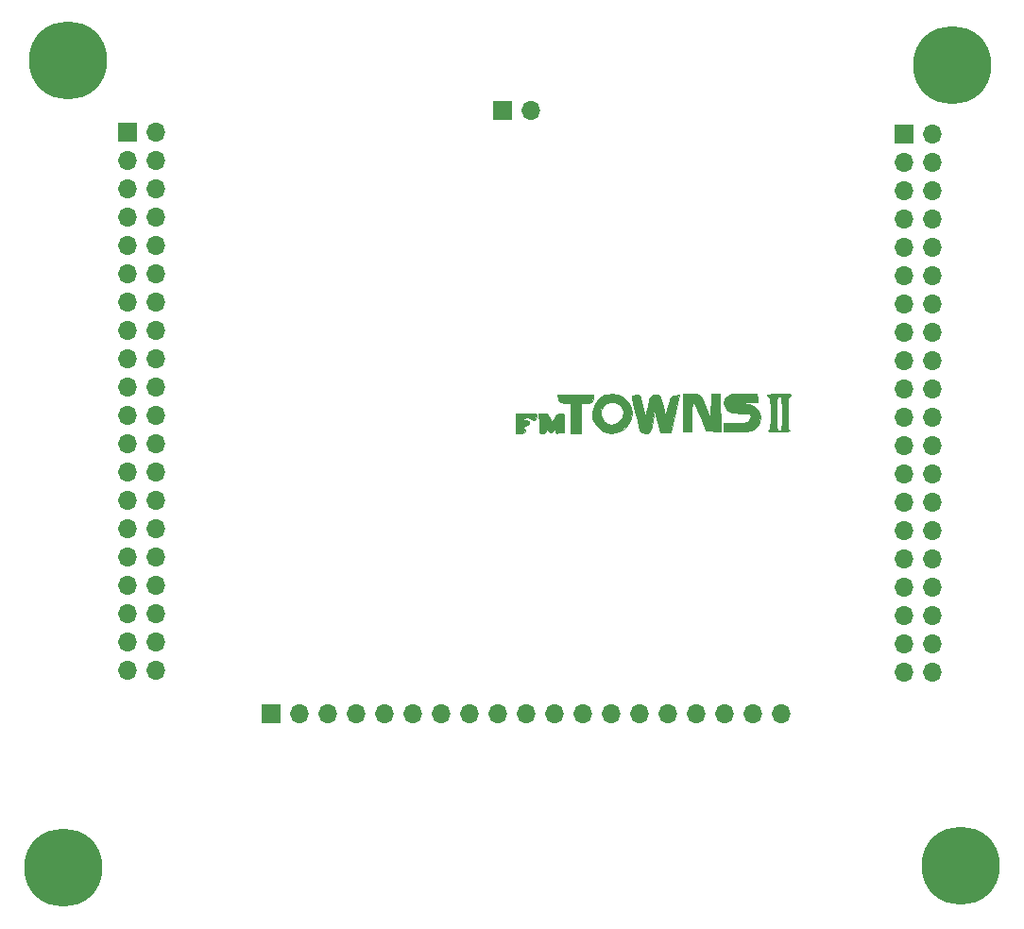
<source format=gbr>
%TF.GenerationSoftware,KiCad,Pcbnew,(5.1.10)-1*%
%TF.CreationDate,2022-03-29T20:22:55-05:00*%
%TF.ProjectId,FMT Rescue,464d5420-5265-4736-9375-652e6b696361,rev?*%
%TF.SameCoordinates,Original*%
%TF.FileFunction,Soldermask,Top*%
%TF.FilePolarity,Negative*%
%FSLAX46Y46*%
G04 Gerber Fmt 4.6, Leading zero omitted, Abs format (unit mm)*
G04 Created by KiCad (PCBNEW (5.1.10)-1) date 2022-03-29 20:22:55*
%MOMM*%
%LPD*%
G01*
G04 APERTURE LIST*
%ADD10C,0.010000*%
%ADD11O,1.700000X1.700000*%
%ADD12R,1.700000X1.700000*%
%ADD13C,7.000000*%
G04 APERTURE END LIST*
D10*
%TO.C,G\u002A\u002A\u002A*%
G36*
X113066450Y-85994077D02*
G01*
X113443225Y-86034054D01*
X113648809Y-86091046D01*
X113665000Y-86106000D01*
X113636209Y-86214724D01*
X113545495Y-86233000D01*
X113460352Y-86266892D01*
X113403189Y-86395132D01*
X113368798Y-86657565D01*
X113351971Y-87094037D01*
X113347500Y-87744394D01*
X113347500Y-87747687D01*
X113351411Y-88396649D01*
X113367198Y-88834691D01*
X113400939Y-89104828D01*
X113458712Y-89250074D01*
X113546596Y-89313445D01*
X113569750Y-89320455D01*
X113550181Y-89344961D01*
X113318997Y-89364356D01*
X112918568Y-89376141D01*
X112585500Y-89378535D01*
X112097318Y-89373079D01*
X111750677Y-89358377D01*
X111587946Y-89336930D01*
X111601250Y-89320455D01*
X111696322Y-89268952D01*
X111759990Y-89144721D01*
X111798333Y-88904748D01*
X111817430Y-88506019D01*
X111823359Y-87905518D01*
X111823491Y-87757000D01*
X112331500Y-87757000D01*
X112333992Y-88400323D01*
X112346145Y-88831751D01*
X112374974Y-89093377D01*
X112427494Y-89227290D01*
X112510722Y-89275584D01*
X112585500Y-89281000D01*
X112692720Y-89266047D01*
X112764625Y-89193129D01*
X112808229Y-89020154D01*
X112830548Y-88705030D01*
X112838597Y-88205666D01*
X112839500Y-87757000D01*
X112837007Y-87113676D01*
X112824854Y-86682248D01*
X112796025Y-86420622D01*
X112743505Y-86286709D01*
X112660277Y-86238415D01*
X112585500Y-86233000D01*
X112478279Y-86247952D01*
X112406374Y-86320870D01*
X112362770Y-86493845D01*
X112340451Y-86808969D01*
X112332402Y-87308333D01*
X112331500Y-87757000D01*
X111823491Y-87757000D01*
X111823500Y-87747687D01*
X111819069Y-87096332D01*
X111802306Y-86659031D01*
X111768002Y-86395939D01*
X111710947Y-86267210D01*
X111625935Y-86233000D01*
X111625504Y-86233000D01*
X111494052Y-86171431D01*
X111506000Y-86106000D01*
X111661823Y-86046163D01*
X112004526Y-86001495D01*
X112467095Y-85979881D01*
X112585500Y-85979000D01*
X113066450Y-85994077D01*
G37*
X113066450Y-85994077D02*
X113443225Y-86034054D01*
X113648809Y-86091046D01*
X113665000Y-86106000D01*
X113636209Y-86214724D01*
X113545495Y-86233000D01*
X113460352Y-86266892D01*
X113403189Y-86395132D01*
X113368798Y-86657565D01*
X113351971Y-87094037D01*
X113347500Y-87744394D01*
X113347500Y-87747687D01*
X113351411Y-88396649D01*
X113367198Y-88834691D01*
X113400939Y-89104828D01*
X113458712Y-89250074D01*
X113546596Y-89313445D01*
X113569750Y-89320455D01*
X113550181Y-89344961D01*
X113318997Y-89364356D01*
X112918568Y-89376141D01*
X112585500Y-89378535D01*
X112097318Y-89373079D01*
X111750677Y-89358377D01*
X111587946Y-89336930D01*
X111601250Y-89320455D01*
X111696322Y-89268952D01*
X111759990Y-89144721D01*
X111798333Y-88904748D01*
X111817430Y-88506019D01*
X111823359Y-87905518D01*
X111823491Y-87757000D01*
X112331500Y-87757000D01*
X112333992Y-88400323D01*
X112346145Y-88831751D01*
X112374974Y-89093377D01*
X112427494Y-89227290D01*
X112510722Y-89275584D01*
X112585500Y-89281000D01*
X112692720Y-89266047D01*
X112764625Y-89193129D01*
X112808229Y-89020154D01*
X112830548Y-88705030D01*
X112838597Y-88205666D01*
X112839500Y-87757000D01*
X112837007Y-87113676D01*
X112824854Y-86682248D01*
X112796025Y-86420622D01*
X112743505Y-86286709D01*
X112660277Y-86238415D01*
X112585500Y-86233000D01*
X112478279Y-86247952D01*
X112406374Y-86320870D01*
X112362770Y-86493845D01*
X112340451Y-86808969D01*
X112332402Y-87308333D01*
X112331500Y-87757000D01*
X111823491Y-87757000D01*
X111823500Y-87747687D01*
X111819069Y-87096332D01*
X111802306Y-86659031D01*
X111768002Y-86395939D01*
X111710947Y-86267210D01*
X111625935Y-86233000D01*
X111625504Y-86233000D01*
X111494052Y-86171431D01*
X111506000Y-86106000D01*
X111661823Y-86046163D01*
X112004526Y-86001495D01*
X112467095Y-85979881D01*
X112585500Y-85979000D01*
X113066450Y-85994077D01*
G36*
X109465052Y-86006285D02*
G01*
X110617000Y-86042500D01*
X110657185Y-86391750D01*
X110697371Y-86741000D01*
X109577685Y-86759030D01*
X108458000Y-86777061D01*
X109312941Y-86864258D01*
X109926719Y-86964908D01*
X110348303Y-87141409D01*
X110636190Y-87428754D01*
X110808209Y-87758712D01*
X110895161Y-88127638D01*
X110823732Y-88532695D01*
X110813397Y-88564628D01*
X110654081Y-88919348D01*
X110421714Y-89161928D01*
X110071642Y-89311484D01*
X109559211Y-89387136D01*
X108843468Y-89408000D01*
X107632500Y-89408000D01*
X107632500Y-88646000D01*
X108686600Y-88646000D01*
X109300372Y-88628489D01*
X109702243Y-88564121D01*
X109932637Y-88435137D01*
X110031981Y-88223781D01*
X110045500Y-88049100D01*
X110028595Y-87895147D01*
X109940774Y-87807625D01*
X109726376Y-87767888D01*
X109329740Y-87757287D01*
X109173627Y-87757000D01*
X108645254Y-87738250D01*
X108288566Y-87670317D01*
X108023231Y-87535676D01*
X107967127Y-87493782D01*
X107686456Y-87141772D01*
X107640507Y-86749547D01*
X107829026Y-86373342D01*
X107972802Y-86237753D01*
X108168016Y-86108573D01*
X108392677Y-86032432D01*
X108711991Y-85999217D01*
X109191163Y-85998813D01*
X109465052Y-86006285D01*
G37*
X109465052Y-86006285D02*
X110617000Y-86042500D01*
X110657185Y-86391750D01*
X110697371Y-86741000D01*
X109577685Y-86759030D01*
X108458000Y-86777061D01*
X109312941Y-86864258D01*
X109926719Y-86964908D01*
X110348303Y-87141409D01*
X110636190Y-87428754D01*
X110808209Y-87758712D01*
X110895161Y-88127638D01*
X110823732Y-88532695D01*
X110813397Y-88564628D01*
X110654081Y-88919348D01*
X110421714Y-89161928D01*
X110071642Y-89311484D01*
X109559211Y-89387136D01*
X108843468Y-89408000D01*
X107632500Y-89408000D01*
X107632500Y-88646000D01*
X108686600Y-88646000D01*
X109300372Y-88628489D01*
X109702243Y-88564121D01*
X109932637Y-88435137D01*
X110031981Y-88223781D01*
X110045500Y-88049100D01*
X110028595Y-87895147D01*
X109940774Y-87807625D01*
X109726376Y-87767888D01*
X109329740Y-87757287D01*
X109173627Y-87757000D01*
X108645254Y-87738250D01*
X108288566Y-87670317D01*
X108023231Y-87535676D01*
X107967127Y-87493782D01*
X107686456Y-87141772D01*
X107640507Y-86749547D01*
X107829026Y-86373342D01*
X107972802Y-86237753D01*
X108168016Y-86108573D01*
X108392677Y-86032432D01*
X108711991Y-85999217D01*
X109191163Y-85998813D01*
X109465052Y-86006285D01*
G36*
X105279373Y-86035211D02*
G01*
X105516010Y-86201315D01*
X105718336Y-86519553D01*
X105934918Y-87029297D01*
X106006280Y-87215796D01*
X106426000Y-88324252D01*
X106553000Y-86042500D01*
X107315000Y-86042500D01*
X107385966Y-89421532D01*
X106045000Y-89344500D01*
X105552224Y-88106250D01*
X105277333Y-87453232D01*
X105065278Y-87044789D01*
X104909461Y-86881170D01*
X104803285Y-86962624D01*
X104740150Y-87289400D01*
X104713459Y-87861748D01*
X104711500Y-88138000D01*
X104711500Y-89408000D01*
X103942127Y-89408000D01*
X103977563Y-87725250D01*
X104013000Y-86042500D01*
X104508893Y-86001912D01*
X104959857Y-85981867D01*
X105279373Y-86035211D01*
G37*
X105279373Y-86035211D02*
X105516010Y-86201315D01*
X105718336Y-86519553D01*
X105934918Y-87029297D01*
X106006280Y-87215796D01*
X106426000Y-88324252D01*
X106553000Y-86042500D01*
X107315000Y-86042500D01*
X107385966Y-89421532D01*
X106045000Y-89344500D01*
X105552224Y-88106250D01*
X105277333Y-87453232D01*
X105065278Y-87044789D01*
X104909461Y-86881170D01*
X104803285Y-86962624D01*
X104740150Y-87289400D01*
X104713459Y-87861748D01*
X104711500Y-88138000D01*
X104711500Y-89408000D01*
X103942127Y-89408000D01*
X103977563Y-87725250D01*
X104013000Y-86042500D01*
X104508893Y-86001912D01*
X104959857Y-85981867D01*
X105279373Y-86035211D01*
G36*
X102858227Y-89471500D02*
G01*
X101981000Y-89471500D01*
X101730619Y-88519000D01*
X101480239Y-87566500D01*
X101286119Y-88392000D01*
X101148327Y-88935350D01*
X101026971Y-89274836D01*
X100893992Y-89456664D01*
X100721333Y-89527040D01*
X100592055Y-89535000D01*
X100308088Y-89471646D01*
X100174811Y-89376250D01*
X100109965Y-89211264D01*
X100004702Y-88858952D01*
X99874239Y-88379819D01*
X99733790Y-87834373D01*
X99598570Y-87283119D01*
X99483795Y-86786564D01*
X99404680Y-86405214D01*
X99376411Y-86201250D01*
X99487409Y-86133340D01*
X99744272Y-86106000D01*
X99930215Y-86119981D01*
X100058217Y-86195571D01*
X100159716Y-86383242D01*
X100266154Y-86733464D01*
X100357403Y-87090250D01*
X100603763Y-88074500D01*
X100839352Y-87090250D01*
X100960188Y-86601346D01*
X101055854Y-86309022D01*
X101159835Y-86162724D01*
X101305621Y-86111898D01*
X101491326Y-86106000D01*
X101690943Y-86117734D01*
X101836184Y-86180814D01*
X101949473Y-86337055D01*
X102053233Y-86628271D01*
X102169886Y-87096279D01*
X102274517Y-87566500D01*
X102385815Y-88074500D01*
X102524890Y-87566500D01*
X102647505Y-87107742D01*
X102763040Y-86659119D01*
X102774299Y-86614000D01*
X102888032Y-86303843D01*
X103074830Y-86166199D01*
X103272127Y-86131041D01*
X103659621Y-86092582D01*
X102858227Y-89471500D01*
G37*
X102858227Y-89471500D02*
X101981000Y-89471500D01*
X101730619Y-88519000D01*
X101480239Y-87566500D01*
X101286119Y-88392000D01*
X101148327Y-88935350D01*
X101026971Y-89274836D01*
X100893992Y-89456664D01*
X100721333Y-89527040D01*
X100592055Y-89535000D01*
X100308088Y-89471646D01*
X100174811Y-89376250D01*
X100109965Y-89211264D01*
X100004702Y-88858952D01*
X99874239Y-88379819D01*
X99733790Y-87834373D01*
X99598570Y-87283119D01*
X99483795Y-86786564D01*
X99404680Y-86405214D01*
X99376411Y-86201250D01*
X99487409Y-86133340D01*
X99744272Y-86106000D01*
X99930215Y-86119981D01*
X100058217Y-86195571D01*
X100159716Y-86383242D01*
X100266154Y-86733464D01*
X100357403Y-87090250D01*
X100603763Y-88074500D01*
X100839352Y-87090250D01*
X100960188Y-86601346D01*
X101055854Y-86309022D01*
X101159835Y-86162724D01*
X101305621Y-86111898D01*
X101491326Y-86106000D01*
X101690943Y-86117734D01*
X101836184Y-86180814D01*
X101949473Y-86337055D01*
X102053233Y-86628271D01*
X102169886Y-87096279D01*
X102274517Y-87566500D01*
X102385815Y-88074500D01*
X102524890Y-87566500D01*
X102647505Y-87107742D01*
X102763040Y-86659119D01*
X102774299Y-86614000D01*
X102888032Y-86303843D01*
X103074830Y-86166199D01*
X103272127Y-86131041D01*
X103659621Y-86092582D01*
X102858227Y-89471500D01*
G36*
X98059960Y-86062538D02*
G01*
X98372504Y-86141250D01*
X98625111Y-86306531D01*
X98685135Y-86360000D01*
X99038928Y-86795317D01*
X99287926Y-87310657D01*
X99377500Y-87776323D01*
X99288528Y-88202988D01*
X99062264Y-88678603D01*
X98759684Y-89095801D01*
X98503352Y-89315524D01*
X97999198Y-89492706D01*
X97417816Y-89520585D01*
X96874268Y-89400696D01*
X96660338Y-89290946D01*
X96167140Y-88831748D01*
X95886120Y-88275191D01*
X95845516Y-87890608D01*
X96607389Y-87890608D01*
X96765313Y-88322690D01*
X96846717Y-88438372D01*
X97202694Y-88705620D01*
X97645271Y-88780713D01*
X98091192Y-88660349D01*
X98321564Y-88496862D01*
X98569753Y-88106984D01*
X98607824Y-87653378D01*
X98436734Y-87213608D01*
X98303772Y-87052727D01*
X97907440Y-86792198D01*
X97502908Y-86742751D01*
X97130407Y-86866127D01*
X96830166Y-87124068D01*
X96642417Y-87478314D01*
X96607389Y-87890608D01*
X95845516Y-87890608D01*
X95822320Y-87670915D01*
X95980779Y-87068563D01*
X96366536Y-86517777D01*
X96377642Y-86506590D01*
X96665041Y-86241818D01*
X96914929Y-86102995D01*
X97232183Y-86050021D01*
X97591385Y-86042500D01*
X98059960Y-86062538D01*
G37*
X98059960Y-86062538D02*
X98372504Y-86141250D01*
X98625111Y-86306531D01*
X98685135Y-86360000D01*
X99038928Y-86795317D01*
X99287926Y-87310657D01*
X99377500Y-87776323D01*
X99288528Y-88202988D01*
X99062264Y-88678603D01*
X98759684Y-89095801D01*
X98503352Y-89315524D01*
X97999198Y-89492706D01*
X97417816Y-89520585D01*
X96874268Y-89400696D01*
X96660338Y-89290946D01*
X96167140Y-88831748D01*
X95886120Y-88275191D01*
X95845516Y-87890608D01*
X96607389Y-87890608D01*
X96765313Y-88322690D01*
X96846717Y-88438372D01*
X97202694Y-88705620D01*
X97645271Y-88780713D01*
X98091192Y-88660349D01*
X98321564Y-88496862D01*
X98569753Y-88106984D01*
X98607824Y-87653378D01*
X98436734Y-87213608D01*
X98303772Y-87052727D01*
X97907440Y-86792198D01*
X97502908Y-86742751D01*
X97130407Y-86866127D01*
X96830166Y-87124068D01*
X96642417Y-87478314D01*
X96607389Y-87890608D01*
X95845516Y-87890608D01*
X95822320Y-87670915D01*
X95980779Y-87068563D01*
X96366536Y-86517777D01*
X96377642Y-86506590D01*
X96665041Y-86241818D01*
X96914929Y-86102995D01*
X97232183Y-86050021D01*
X97591385Y-86042500D01*
X98059960Y-86062538D01*
G36*
X95925185Y-86455250D02*
G01*
X95870870Y-86678877D01*
X95725814Y-86789657D01*
X95414352Y-86838251D01*
X95345250Y-86843552D01*
X94805500Y-86882604D01*
X94805500Y-89535000D01*
X93916500Y-89535000D01*
X93916500Y-86882604D01*
X93376750Y-86843552D01*
X93032220Y-86800129D01*
X92866000Y-86702490D01*
X92802425Y-86499974D01*
X92796814Y-86455250D01*
X92756628Y-86106000D01*
X95965371Y-86106000D01*
X95925185Y-86455250D01*
G37*
X95925185Y-86455250D02*
X95870870Y-86678877D01*
X95725814Y-86789657D01*
X95414352Y-86838251D01*
X95345250Y-86843552D01*
X94805500Y-86882604D01*
X94805500Y-89535000D01*
X93916500Y-89535000D01*
X93916500Y-86882604D01*
X93376750Y-86843552D01*
X93032220Y-86800129D01*
X92866000Y-86702490D01*
X92802425Y-86499974D01*
X92796814Y-86455250D01*
X92756628Y-86106000D01*
X95965371Y-86106000D01*
X95925185Y-86455250D01*
G36*
X91746378Y-87806762D02*
G01*
X91945342Y-88002828D01*
X92033121Y-88168121D01*
X92227824Y-88579242D01*
X92440423Y-88168121D01*
X92653092Y-87868748D01*
X92916624Y-87761050D01*
X93003253Y-87757000D01*
X93188472Y-87766657D01*
X93291776Y-87833245D01*
X93335004Y-88013185D01*
X93339996Y-88362903D01*
X93335083Y-88614250D01*
X93316683Y-89471500D01*
X92902003Y-89512496D01*
X92623149Y-89523611D01*
X92532439Y-89438984D01*
X92566529Y-89198526D01*
X92567316Y-89194996D01*
X92647309Y-88836500D01*
X92452348Y-89185750D01*
X92249614Y-89464703D01*
X92071483Y-89498642D01*
X91892170Y-89285013D01*
X91810941Y-89122250D01*
X91622645Y-88709500D01*
X91700163Y-89122250D01*
X91733406Y-89403629D01*
X91655307Y-89515761D01*
X91450090Y-89535000D01*
X91202979Y-89524347D01*
X91114079Y-89503250D01*
X91106085Y-89370330D01*
X91093196Y-89052194D01*
X91078192Y-88617508D01*
X91078088Y-88614250D01*
X91050516Y-87757000D01*
X91444467Y-87757000D01*
X91746378Y-87806762D01*
G37*
X91746378Y-87806762D02*
X91945342Y-88002828D01*
X92033121Y-88168121D01*
X92227824Y-88579242D01*
X92440423Y-88168121D01*
X92653092Y-87868748D01*
X92916624Y-87761050D01*
X93003253Y-87757000D01*
X93188472Y-87766657D01*
X93291776Y-87833245D01*
X93335004Y-88013185D01*
X93339996Y-88362903D01*
X93335083Y-88614250D01*
X93316683Y-89471500D01*
X92902003Y-89512496D01*
X92623149Y-89523611D01*
X92532439Y-89438984D01*
X92566529Y-89198526D01*
X92567316Y-89194996D01*
X92647309Y-88836500D01*
X92452348Y-89185750D01*
X92249614Y-89464703D01*
X92071483Y-89498642D01*
X91892170Y-89285013D01*
X91810941Y-89122250D01*
X91622645Y-88709500D01*
X91700163Y-89122250D01*
X91733406Y-89403629D01*
X91655307Y-89515761D01*
X91450090Y-89535000D01*
X91202979Y-89524347D01*
X91114079Y-89503250D01*
X91106085Y-89370330D01*
X91093196Y-89052194D01*
X91078192Y-88617508D01*
X91078088Y-88614250D01*
X91050516Y-87757000D01*
X91444467Y-87757000D01*
X91746378Y-87806762D01*
G36*
X90422298Y-87761292D02*
G01*
X90697259Y-87786678D01*
X90827037Y-87851915D01*
X90866035Y-87975764D01*
X90868500Y-88074500D01*
X90791136Y-88317907D01*
X90617367Y-88399367D01*
X90434672Y-88281388D01*
X90424000Y-88265000D01*
X90248496Y-88165792D01*
X90043000Y-88138000D01*
X89777061Y-88185939D01*
X89662000Y-88265000D01*
X89707691Y-88358496D01*
X89917817Y-88392000D01*
X90160281Y-88460649D01*
X90215927Y-88618232D01*
X90093999Y-88792202D01*
X89853113Y-88899855D01*
X89652560Y-88981945D01*
X89695030Y-89071668D01*
X89859945Y-89258236D01*
X89804164Y-89428498D01*
X89558018Y-89527403D01*
X89439750Y-89535000D01*
X89027000Y-89535000D01*
X89027000Y-87757000D01*
X89947750Y-87757000D01*
X90422298Y-87761292D01*
G37*
X90422298Y-87761292D02*
X90697259Y-87786678D01*
X90827037Y-87851915D01*
X90866035Y-87975764D01*
X90868500Y-88074500D01*
X90791136Y-88317907D01*
X90617367Y-88399367D01*
X90434672Y-88281388D01*
X90424000Y-88265000D01*
X90248496Y-88165792D01*
X90043000Y-88138000D01*
X89777061Y-88185939D01*
X89662000Y-88265000D01*
X89707691Y-88358496D01*
X89917817Y-88392000D01*
X90160281Y-88460649D01*
X90215927Y-88618232D01*
X90093999Y-88792202D01*
X89853113Y-88899855D01*
X89652560Y-88981945D01*
X89695030Y-89071668D01*
X89859945Y-89258236D01*
X89804164Y-89428498D01*
X89558018Y-89527403D01*
X89439750Y-89535000D01*
X89027000Y-89535000D01*
X89027000Y-87757000D01*
X89947750Y-87757000D01*
X90422298Y-87761292D01*
%TD*%
D11*
%TO.C,J3*%
X112776000Y-114681000D03*
X110236000Y-114681000D03*
X107696000Y-114681000D03*
X105156000Y-114681000D03*
X102616000Y-114681000D03*
X100076000Y-114681000D03*
X97536000Y-114681000D03*
X94996000Y-114681000D03*
X92456000Y-114681000D03*
X89916000Y-114681000D03*
X87376000Y-114681000D03*
X84836000Y-114681000D03*
X82296000Y-114681000D03*
X79756000Y-114681000D03*
X77216000Y-114681000D03*
X74676000Y-114681000D03*
X72136000Y-114681000D03*
X69596000Y-114681000D03*
D12*
X67056000Y-114681000D03*
%TD*%
D13*
%TO.C,REF\u002A\u002A*%
X48831500Y-56134000D03*
%TD*%
%TO.C,REF\u002A\u002A*%
X128841500Y-128333500D03*
%TD*%
%TO.C,REF\u002A\u002A*%
X48450500Y-128524000D03*
%TD*%
%TO.C,REF\u002A\u002A*%
X128079500Y-56515000D03*
%TD*%
D11*
%TO.C,PWR1*%
X90360500Y-60579000D03*
D12*
X87820500Y-60579000D03*
%TD*%
D11*
%TO.C,J2*%
X126365000Y-110998000D03*
X123825000Y-110998000D03*
X126365000Y-108458000D03*
X123825000Y-108458000D03*
X126365000Y-105918000D03*
X123825000Y-105918000D03*
X126365000Y-103378000D03*
X123825000Y-103378000D03*
X126365000Y-100838000D03*
X123825000Y-100838000D03*
X126365000Y-98298000D03*
X123825000Y-98298000D03*
X126365000Y-95758000D03*
X123825000Y-95758000D03*
X126365000Y-93218000D03*
X123825000Y-93218000D03*
X126365000Y-90678000D03*
X123825000Y-90678000D03*
X126365000Y-88138000D03*
X123825000Y-88138000D03*
X126365000Y-85598000D03*
X123825000Y-85598000D03*
X126365000Y-83058000D03*
X123825000Y-83058000D03*
X126365000Y-80518000D03*
X123825000Y-80518000D03*
X126365000Y-77978000D03*
X123825000Y-77978000D03*
X126365000Y-75438000D03*
X123825000Y-75438000D03*
X126365000Y-72898000D03*
X123825000Y-72898000D03*
X126365000Y-70358000D03*
X123825000Y-70358000D03*
X126365000Y-67818000D03*
X123825000Y-67818000D03*
X126365000Y-65278000D03*
X123825000Y-65278000D03*
X126365000Y-62738000D03*
D12*
X123825000Y-62738000D03*
%TD*%
D11*
%TO.C,J1*%
X56705500Y-110807500D03*
X54165500Y-110807500D03*
X56705500Y-108267500D03*
X54165500Y-108267500D03*
X56705500Y-105727500D03*
X54165500Y-105727500D03*
X56705500Y-103187500D03*
X54165500Y-103187500D03*
X56705500Y-100647500D03*
X54165500Y-100647500D03*
X56705500Y-98107500D03*
X54165500Y-98107500D03*
X56705500Y-95567500D03*
X54165500Y-95567500D03*
X56705500Y-93027500D03*
X54165500Y-93027500D03*
X56705500Y-90487500D03*
X54165500Y-90487500D03*
X56705500Y-87947500D03*
X54165500Y-87947500D03*
X56705500Y-85407500D03*
X54165500Y-85407500D03*
X56705500Y-82867500D03*
X54165500Y-82867500D03*
X56705500Y-80327500D03*
X54165500Y-80327500D03*
X56705500Y-77787500D03*
X54165500Y-77787500D03*
X56705500Y-75247500D03*
X54165500Y-75247500D03*
X56705500Y-72707500D03*
X54165500Y-72707500D03*
X56705500Y-70167500D03*
X54165500Y-70167500D03*
X56705500Y-67627500D03*
X54165500Y-67627500D03*
X56705500Y-65087500D03*
X54165500Y-65087500D03*
X56705500Y-62547500D03*
D12*
X54165500Y-62547500D03*
%TD*%
M02*

</source>
